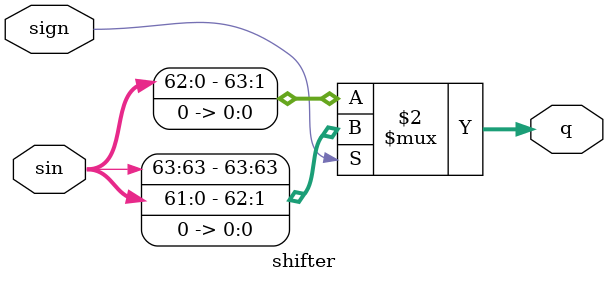
<source format=v>

module shifter(input sign,
               input [63:0]sin,
               output [63:0]q);

assign q = (sign)?{sin[63],sin[61:0],1'b0}:(sin<<1);//for keep sign/unsign
//q = {sin[62:0],1'b0};

endmodule


</source>
